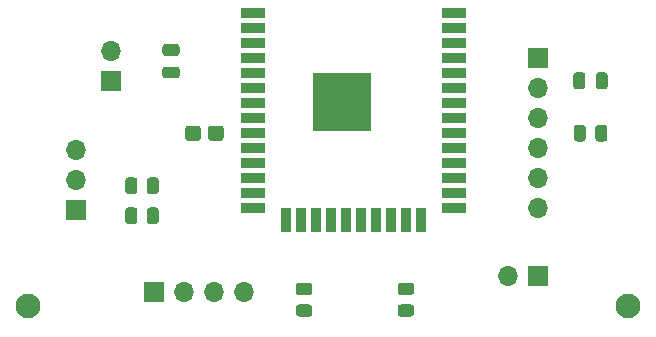
<source format=gts>
G04 #@! TF.GenerationSoftware,KiCad,Pcbnew,(5.1.10)-1*
G04 #@! TF.CreationDate,2022-05-01T16:49:19-04:00*
G04 #@! TF.ProjectId,Hardware,48617264-7761-4726-952e-6b696361645f,rev?*
G04 #@! TF.SameCoordinates,Original*
G04 #@! TF.FileFunction,Soldermask,Top*
G04 #@! TF.FilePolarity,Negative*
%FSLAX46Y46*%
G04 Gerber Fmt 4.6, Leading zero omitted, Abs format (unit mm)*
G04 Created by KiCad (PCBNEW (5.1.10)-1) date 2022-05-01 16:49:19*
%MOMM*%
%LPD*%
G01*
G04 APERTURE LIST*
%ADD10O,1.700000X1.700000*%
%ADD11R,1.700000X1.700000*%
%ADD12C,2.100000*%
%ADD13R,5.000000X5.000000*%
%ADD14R,2.000000X0.900000*%
%ADD15R,0.900000X2.000000*%
G04 APERTURE END LIST*
G04 #@! TO.C,R4*
G36*
G01*
X107638002Y-121012000D02*
X106737998Y-121012000D01*
G75*
G02*
X106488000Y-120762002I0J249998D01*
G01*
X106488000Y-120236998D01*
G75*
G02*
X106737998Y-119987000I249998J0D01*
G01*
X107638002Y-119987000D01*
G75*
G02*
X107888000Y-120236998I0J-249998D01*
G01*
X107888000Y-120762002D01*
G75*
G02*
X107638002Y-121012000I-249998J0D01*
G01*
G37*
G36*
G01*
X107638002Y-122837000D02*
X106737998Y-122837000D01*
G75*
G02*
X106488000Y-122587002I0J249998D01*
G01*
X106488000Y-122061998D01*
G75*
G02*
X106737998Y-121812000I249998J0D01*
G01*
X107638002Y-121812000D01*
G75*
G02*
X107888000Y-122061998I0J-249998D01*
G01*
X107888000Y-122587002D01*
G75*
G02*
X107638002Y-122837000I-249998J0D01*
G01*
G37*
G04 #@! TD*
G04 #@! TO.C,R3*
G36*
G01*
X93872000Y-114750002D02*
X93872000Y-113849998D01*
G75*
G02*
X94121998Y-113600000I249998J0D01*
G01*
X94647002Y-113600000D01*
G75*
G02*
X94897000Y-113849998I0J-249998D01*
G01*
X94897000Y-114750002D01*
G75*
G02*
X94647002Y-115000000I-249998J0D01*
G01*
X94121998Y-115000000D01*
G75*
G02*
X93872000Y-114750002I0J249998D01*
G01*
G37*
G36*
G01*
X92047000Y-114750002D02*
X92047000Y-113849998D01*
G75*
G02*
X92296998Y-113600000I249998J0D01*
G01*
X92822002Y-113600000D01*
G75*
G02*
X93072000Y-113849998I0J-249998D01*
G01*
X93072000Y-114750002D01*
G75*
G02*
X92822002Y-115000000I-249998J0D01*
G01*
X92296998Y-115000000D01*
G75*
G02*
X92047000Y-114750002I0J249998D01*
G01*
G37*
G04 #@! TD*
D10*
G04 #@! TO.C,J7*
X87884000Y-108712000D03*
X87884000Y-111252000D03*
D11*
X87884000Y-113792000D03*
G04 #@! TD*
G04 #@! TO.C,R2*
G36*
G01*
X93872000Y-112210002D02*
X93872000Y-111309998D01*
G75*
G02*
X94121998Y-111060000I249998J0D01*
G01*
X94647002Y-111060000D01*
G75*
G02*
X94897000Y-111309998I0J-249998D01*
G01*
X94897000Y-112210002D01*
G75*
G02*
X94647002Y-112460000I-249998J0D01*
G01*
X94121998Y-112460000D01*
G75*
G02*
X93872000Y-112210002I0J249998D01*
G01*
G37*
G36*
G01*
X92047000Y-112210002D02*
X92047000Y-111309998D01*
G75*
G02*
X92296998Y-111060000I249998J0D01*
G01*
X92822002Y-111060000D01*
G75*
G02*
X93072000Y-111309998I0J-249998D01*
G01*
X93072000Y-112210002D01*
G75*
G02*
X92822002Y-112460000I-249998J0D01*
G01*
X92296998Y-112460000D01*
G75*
G02*
X92047000Y-112210002I0J249998D01*
G01*
G37*
G04 #@! TD*
G04 #@! TO.C,J1*
X127000000Y-119380000D03*
D10*
X124460000Y-119380000D03*
G04 #@! TD*
G04 #@! TO.C,C2*
G36*
G01*
X96398668Y-100769000D02*
X95448668Y-100769000D01*
G75*
G02*
X95198668Y-100519000I0J250000D01*
G01*
X95198668Y-100019000D01*
G75*
G02*
X95448668Y-99769000I250000J0D01*
G01*
X96398668Y-99769000D01*
G75*
G02*
X96648668Y-100019000I0J-250000D01*
G01*
X96648668Y-100519000D01*
G75*
G02*
X96398668Y-100769000I-250000J0D01*
G01*
G37*
G36*
G01*
X96398668Y-102669000D02*
X95448668Y-102669000D01*
G75*
G02*
X95198668Y-102419000I0J250000D01*
G01*
X95198668Y-101919000D01*
G75*
G02*
X95448668Y-101669000I250000J0D01*
G01*
X96398668Y-101669000D01*
G75*
G02*
X96648668Y-101919000I0J-250000D01*
G01*
X96648668Y-102419000D01*
G75*
G02*
X96398668Y-102669000I-250000J0D01*
G01*
G37*
G04 #@! TD*
G04 #@! TO.C,R1*
G36*
G01*
X131045000Y-106864998D02*
X131045000Y-107765002D01*
G75*
G02*
X130795002Y-108015000I-249998J0D01*
G01*
X130269998Y-108015000D01*
G75*
G02*
X130020000Y-107765002I0J249998D01*
G01*
X130020000Y-106864998D01*
G75*
G02*
X130269998Y-106615000I249998J0D01*
G01*
X130795002Y-106615000D01*
G75*
G02*
X131045000Y-106864998I0J-249998D01*
G01*
G37*
G36*
G01*
X132870000Y-106864998D02*
X132870000Y-107765002D01*
G75*
G02*
X132620002Y-108015000I-249998J0D01*
G01*
X132094998Y-108015000D01*
G75*
G02*
X131845000Y-107765002I0J249998D01*
G01*
X131845000Y-106864998D01*
G75*
G02*
X132094998Y-106615000I249998J0D01*
G01*
X132620002Y-106615000D01*
G75*
G02*
X132870000Y-106864998I0J-249998D01*
G01*
G37*
G04 #@! TD*
G04 #@! TO.C,C1*
G36*
G01*
X129995000Y-103345000D02*
X129995000Y-102395000D01*
G75*
G02*
X130245000Y-102145000I250000J0D01*
G01*
X130745000Y-102145000D01*
G75*
G02*
X130995000Y-102395000I0J-250000D01*
G01*
X130995000Y-103345000D01*
G75*
G02*
X130745000Y-103595000I-250000J0D01*
G01*
X130245000Y-103595000D01*
G75*
G02*
X129995000Y-103345000I0J250000D01*
G01*
G37*
G36*
G01*
X131895000Y-103345000D02*
X131895000Y-102395000D01*
G75*
G02*
X132145000Y-102145000I250000J0D01*
G01*
X132645000Y-102145000D01*
G75*
G02*
X132895000Y-102395000I0J-250000D01*
G01*
X132895000Y-103345000D01*
G75*
G02*
X132645000Y-103595000I-250000J0D01*
G01*
X132145000Y-103595000D01*
G75*
G02*
X131895000Y-103345000I0J250000D01*
G01*
G37*
G04 #@! TD*
G04 #@! TO.C,J3*
X127000000Y-113665000D03*
X127000000Y-111125000D03*
X127000000Y-108585000D03*
X127000000Y-106045000D03*
X127000000Y-103505000D03*
D11*
X127000000Y-100965000D03*
G04 #@! TD*
G04 #@! TO.C,D1*
G36*
G01*
X99052500Y-107715000D02*
X99052500Y-106915000D01*
G75*
G02*
X99302500Y-106665000I250000J0D01*
G01*
X100127500Y-106665000D01*
G75*
G02*
X100377500Y-106915000I0J-250000D01*
G01*
X100377500Y-107715000D01*
G75*
G02*
X100127500Y-107965000I-250000J0D01*
G01*
X99302500Y-107965000D01*
G75*
G02*
X99052500Y-107715000I0J250000D01*
G01*
G37*
G36*
G01*
X97127500Y-107715000D02*
X97127500Y-106915000D01*
G75*
G02*
X97377500Y-106665000I250000J0D01*
G01*
X98202500Y-106665000D01*
G75*
G02*
X98452500Y-106915000I0J-250000D01*
G01*
X98452500Y-107715000D01*
G75*
G02*
X98202500Y-107965000I-250000J0D01*
G01*
X97377500Y-107965000D01*
G75*
G02*
X97127500Y-107715000I0J250000D01*
G01*
G37*
G04 #@! TD*
D12*
G04 #@! TO.C,H2*
X134620000Y-121920000D03*
G04 #@! TD*
G04 #@! TO.C,H1*
X83820000Y-121920000D03*
G04 #@! TD*
G04 #@! TO.C,R5*
G36*
G01*
X116265002Y-121012000D02*
X115364998Y-121012000D01*
G75*
G02*
X115115000Y-120762002I0J249998D01*
G01*
X115115000Y-120236998D01*
G75*
G02*
X115364998Y-119987000I249998J0D01*
G01*
X116265002Y-119987000D01*
G75*
G02*
X116515000Y-120236998I0J-249998D01*
G01*
X116515000Y-120762002D01*
G75*
G02*
X116265002Y-121012000I-249998J0D01*
G01*
G37*
G36*
G01*
X116265002Y-122837000D02*
X115364998Y-122837000D01*
G75*
G02*
X115115000Y-122587002I0J249998D01*
G01*
X115115000Y-122061998D01*
G75*
G02*
X115364998Y-121812000I249998J0D01*
G01*
X116265002Y-121812000D01*
G75*
G02*
X116515000Y-122061998I0J-249998D01*
G01*
X116515000Y-122587002D01*
G75*
G02*
X116265002Y-122837000I-249998J0D01*
G01*
G37*
G04 #@! TD*
D10*
G04 #@! TO.C,J4*
X90805000Y-100330000D03*
D11*
X90805000Y-102870000D03*
G04 #@! TD*
G04 #@! TO.C,J2*
X94526100Y-120738900D03*
D10*
X97066100Y-120738900D03*
X99606100Y-120738900D03*
X102146100Y-120738900D03*
G04 #@! TD*
D13*
G04 #@! TO.C,U1*
X110370000Y-104655000D03*
D14*
X102870000Y-97155000D03*
X102870000Y-98425000D03*
X102870000Y-99695000D03*
X102870000Y-100965000D03*
X102870000Y-102235000D03*
X102870000Y-103505000D03*
X102870000Y-104775000D03*
X102870000Y-106045000D03*
X102870000Y-107315000D03*
X102870000Y-108585000D03*
X102870000Y-109855000D03*
X102870000Y-111125000D03*
X102870000Y-112395000D03*
X102870000Y-113665000D03*
D15*
X105655000Y-114665000D03*
X106925000Y-114665000D03*
X108195000Y-114665000D03*
X109465000Y-114665000D03*
X110735000Y-114665000D03*
X112005000Y-114665000D03*
X113275000Y-114665000D03*
X114545000Y-114665000D03*
X115815000Y-114665000D03*
X117085000Y-114665000D03*
D14*
X119870000Y-113665000D03*
X119870000Y-112395000D03*
X119870000Y-111125000D03*
X119870000Y-109855000D03*
X119870000Y-108585000D03*
X119870000Y-107315000D03*
X119870000Y-106045000D03*
X119870000Y-104775000D03*
X119870000Y-103505000D03*
X119870000Y-102235000D03*
X119870000Y-100965000D03*
X119870000Y-99695000D03*
X119870000Y-98425000D03*
X119870000Y-97155000D03*
G04 #@! TD*
M02*

</source>
